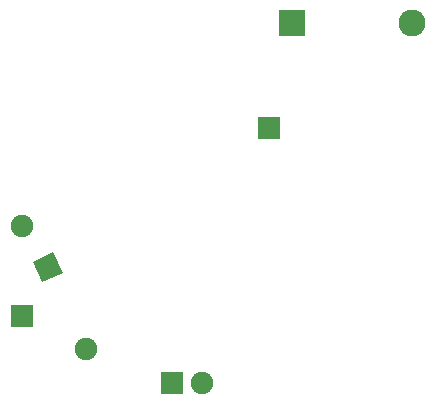
<source format=gbs>
G04 (created by PCBNEW (2013-07-07 BZR 4022)-stable) date 02/05/2014 07:12:38*
%MOIN*%
G04 Gerber Fmt 3.4, Leading zero omitted, Abs format*
%FSLAX34Y34*%
G01*
G70*
G90*
G04 APERTURE LIST*
%ADD10C,0.00590551*%
%ADD11R,0.075X0.075*%
%ADD12C,0.09*%
%ADD13R,0.09X0.09*%
%ADD14C,0.075*%
G04 APERTURE END LIST*
G54D10*
G54D11*
X72750Y-41500D03*
G54D12*
X77500Y-38000D03*
G54D13*
X73500Y-38000D03*
G54D10*
G36*
X65864Y-46321D02*
X65184Y-46638D01*
X64867Y-45959D01*
X65547Y-45642D01*
X65864Y-46321D01*
X65864Y-46321D01*
G37*
G54D14*
X66633Y-48859D03*
G54D11*
X64500Y-47750D03*
G54D14*
X64500Y-44750D03*
G54D11*
X69500Y-50000D03*
G54D14*
X70500Y-50000D03*
M02*

</source>
